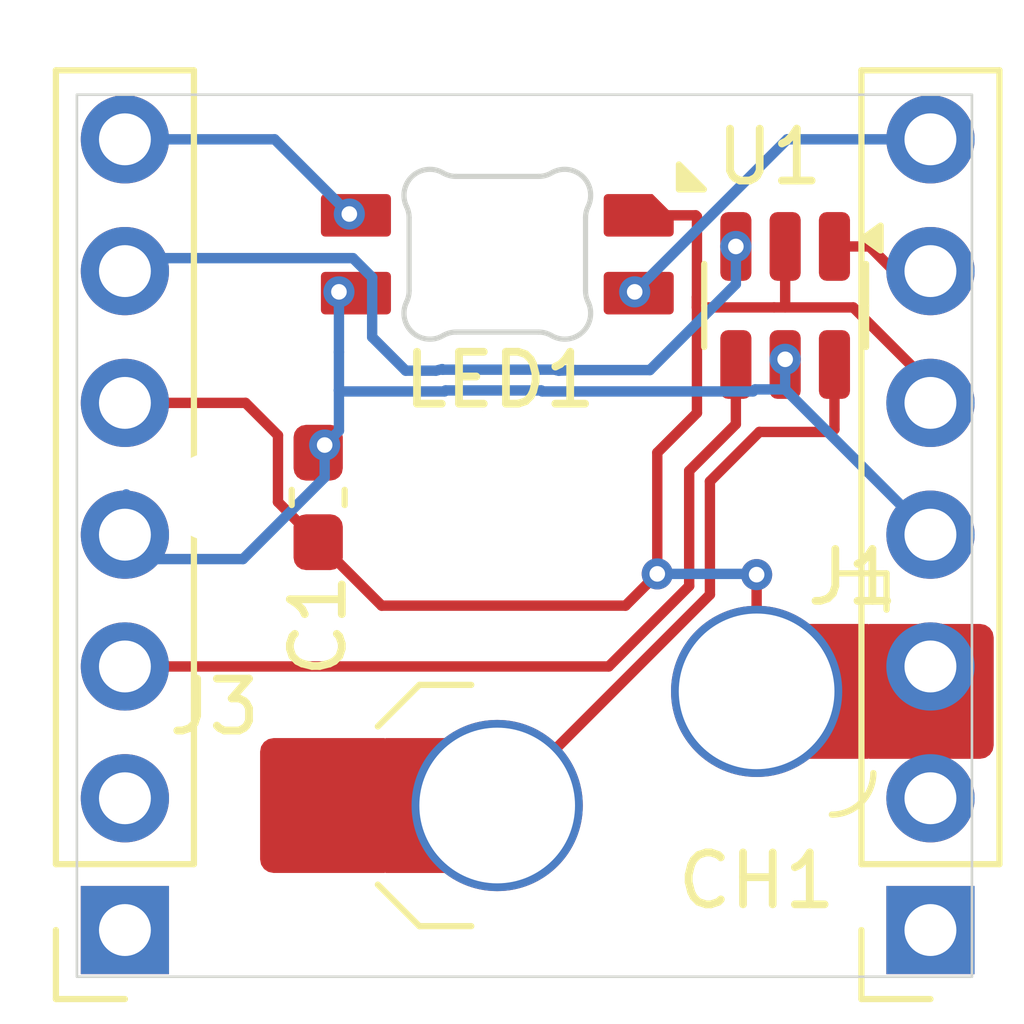
<source format=kicad_pcb>
(kicad_pcb (version 20240108) (generator "pcbnew") (generator_version "8.0")
  (layers (0 "F.Cu" signal) (31 "B.Cu" signal) (34 "B.Paste" user) (35 "F.Paste" user) (36 "B.SilkS" user "B.Silkscreen") (37 "F.SilkS" user "F.Silkscreen") (38 "B.Mask" user) (39 "F.Mask" user) (44 "Edge.Cuts" user))
  (net 0 "")
  (net 1 "GND")
  (net 2 "+5VD")
  (net 3 "Net-(J3-Pin_7)")
  (net 4 "Net-(J3-Pin_6)")
  (net 5 "Net-(J1-Pin_7)")
  (net 10 "Net-(U1-PA3)")
  (net 11 "Net-(J1-Pin_6)")
  (net 13 "Net-(J3-Pin_3)")
  (footprint "Capacitor_SMD:C_0603_1608Metric_Pad1.08x0.95mm_HandSolder" (layer "F.Cu") (at 146.7 101.7625 -90)
    (property "Reference" "C1" (at 2.4625 0 90) (layer "F.SilkS"))
    (property "Value" "C_Polarized" (hide yes))
    (fp_line (start -0.146267 0.51) (end 0.146267 0.51) (stroke (width 0.12)) (layer "F.SilkS"))
    (fp_line (start -0.146267 -0.51) (end 0.146267 -0.51) (stroke (width 0.12)) (layer "F.SilkS"))
    (pad "1" smd roundrect (at -0.8625 0 270) (size 1.075 0.95) (layers "F.Cu" "F.Paste" "F.Mask") (net 2 "+5VD"))
    (pad "2" smd roundrect (at 0.8625 0 270) (size 1.075 0.95) (layers "F.Cu" "F.Paste" "F.Mask") (net 1 "GND"))
  )
  (footprint "Connector_PinSocket_2.54mm:PinSocket_1x07_P2.54mm_Vertical" (layer "F.Cu") (at 158.5 110.1 180)
    (property "Reference" "J1" (at 1.5 6.8 0) (layer "F.SilkS"))
    (property "Value" "Conn_01x07" (hide yes))
    (fp_line (start 1.33 1.27) (end 1.33 16.57) (stroke (width 0.12)) (layer "F.SilkS"))
    (fp_line (start 1.33 -1.33) (end 1.33 0) (stroke (width 0.12)) (layer "F.SilkS"))
    (fp_line (start 0 -1.33) (end 1.33 -1.33) (stroke (width 0.12)) (layer "F.SilkS"))
    (fp_line (start -1.33 16.57) (end 1.33 16.57) (stroke (width 0.12)) (layer "F.SilkS"))
    (fp_line (start -1.33 1.27) (end 1.33 1.27) (stroke (width 0.12)) (layer "F.SilkS"))
    (fp_line (start -1.33 1.27) (end -1.33 16.57) (stroke (width 0.12)) (layer "F.SilkS"))
    (pad "1" thru_hole rect (at 0 0 180) (size 1.7 1.7) (drill 1) (layers "*.Cu" "*.Mask"))
    (pad "2" thru_hole oval (at 0 2.54 180) (size 1.7 1.7) (drill 1) (layers "*.Cu" "*.Mask"))
    (pad "3" thru_hole oval (at 0 5.08 180) (size 1.7 1.7) (drill 1) (layers "*.Cu" "*.Mask"))
    (pad "4" thru_hole oval (at 0 7.62 180) (size 1.7 1.7) (drill 1) (layers "*.Cu" "*.Mask") (net 2 "+5VD"))
    (pad "5" thru_hole oval (at 0 10.16 180) (size 1.7 1.7) (drill 1) (layers "*.Cu" "*.Mask") (net 1 "GND"))
    (pad "6" thru_hole oval (at 0 12.7 180) (size 1.7 1.7) (drill 1) (layers "*.Cu" "*.Mask") (net 11 "Net-(J1-Pin_6)"))
    (pad "7" thru_hole oval (at 0 15.24 180) (size 1.7 1.7) (drill 1) (layers "*.Cu" "*.Mask") (net 5 "Net-(J1-Pin_7)"))
  )
  (footprint "Package_TO_SOT_SMD:SOT-23-6" (layer "F.Cu") (at 155.7 98.0625 -90)
    (property "Reference" "U1" (at -2.8625 0.3 0) (layer "F.SilkS"))
    (property "Value" "PMS150C-U06" (hide yes))
    (fp_line (start 0 1.56) (end -0.8 1.56) (stroke (width 0.12)) (layer "F.SilkS"))
    (fp_line (start 0 1.56) (end 0.8 1.56) (stroke (width 0.12)) (layer "F.SilkS"))
    (fp_line (start 0 -1.56) (end -0.8 -1.56) (stroke (width 0.12)) (layer "F.SilkS"))
    (fp_line (start 0 -1.56) (end 0.8 -1.56) (stroke (width 0.12)) (layer "F.SilkS"))
    (fp_poly (pts (xy -1.3 -1.51) (xy -1.54 -1.84) (xy -1.06 -1.84) (xy -1.3 -1.51)) (stroke (width 0.12)) (fill solid) (layer "F.SilkS"))
    (pad "1" smd roundrect (at -1.1375 -0.95 270) (size 1.325 0.6) (layers "F.Cu" "F.Paste" "F.Mask") (net 11 "Net-(J1-Pin_6)"))
    (pad "2" smd roundrect (at -1.1375 0 270) (size 1.325 0.6) (layers "F.Cu" "F.Paste" "F.Mask") (net 1 "GND"))
    (pad "3" smd roundrect (at -1.1375 0.95 270) (size 1.325 0.6) (layers "F.Cu" "F.Paste" "F.Mask") (net 4 "Net-(J3-Pin_6)"))
    (pad "4" smd roundrect (at 1.1375 0.95 270) (size 1.325 0.6) (layers "F.Cu" "F.Paste" "F.Mask") (net 13 "Net-(J3-Pin_3)"))
    (pad "5" smd roundrect (at 1.1375 0 270) (size 1.325 0.6) (layers "F.Cu" "F.Paste" "F.Mask") (net 2 "+5VD"))
    (pad "6" smd roundrect (at 1.1375 -0.95 270) (size 1.325 0.6) (layers "F.Cu" "F.Paste" "F.Mask") (net 10 "Net-(U1-PA3)"))
  )
  (footprint "PCM_marbastlib-choc:LED_choc_6028R" (layer "F.Cu") (at 150.1525 97.074999)
    (property "Reference" "LED1" (at 0.0475 2.425001 180) (layer "F.SilkS"))
    (property "Value" "choc_SK6812MINI-E" (hide yes))
    (fp_poly (pts (xy 3.5 -1.25) (xy 3.5 -1.73) (xy 3.98 -1.25) (xy 3.5 -1.25)) (stroke (width 0.12)) (fill solid) (layer "F.SilkS"))
    (fp_line (start -1.699999 -0.702841) (end -1.699999 0.702843) (stroke (width 0.1)) (layer "Edge.Cuts"))
    (fp_line (start -0.794452 1.5) (end 0.794453 1.5) (stroke (width 0.1)) (layer "Edge.Cuts"))
    (fp_line (start 0.794452 -1.499999) (end -0.794452 -1.499999) (stroke (width 0.1)) (layer "Edge.Cuts"))
    (fp_line (start 1.699999 0.702843) (end 1.699999 -0.702841) (stroke (width 0.1)) (layer "Edge.Cuts"))
    (fp_arc (start -1.749484 -0.919719) (mid -1.712527 -0.814067) (end -1.699999 -0.702842) (stroke (width 0.1)) (layer "Edge.Cuts"))
    (fp_arc (start -1.749484 -0.919719) (mid -1.63807 -1.504033) (end -1.046711 -1.568296) (stroke (width 0.1)) (layer "Edge.Cuts"))
    (fp_arc (start -1.699999 0.702843) (mid -1.712527 0.814069) (end -1.749484 0.919721) (stroke (width 0.1)) (layer "Edge.Cuts"))
    (fp_arc (start -1.046711 1.5683) (mid -1.638071 1.504036) (end -1.749484 0.919721) (stroke (width 0.1)) (layer "Edge.Cuts"))
    (fp_arc (start -1.046711 1.5683) (mid -0.925123 1.517378) (end -0.794453 1.500001) (stroke (width 0.1)) (layer "Edge.Cuts"))
    (fp_arc (start -0.794452 -1.499999) (mid -0.925122 -1.517376) (end -1.04671 -1.568298) (stroke (width 0.1)) (layer "Edge.Cuts"))
    (fp_arc (start 0.794453 1.5) (mid 0.925123 1.517377) (end 1.046711 1.568299) (stroke (width 0.1)) (layer "Edge.Cuts"))
    (fp_arc (start 1.046711 -1.568298) (mid 0.925123 -1.517376) (end 0.794452 -1.499999) (stroke (width 0.1)) (layer "Edge.Cuts"))
    (fp_arc (start 1.046711 -1.568298) (mid 1.638071 -1.504035) (end 1.749484 -0.919718) (stroke (width 0.1)) (layer "Edge.Cuts"))
    (fp_arc (start 1.699999 -0.702841) (mid 1.712529 -0.814066) (end 1.749484 -0.919719) (stroke (width 0.1)) (layer "Edge.Cuts"))
    (fp_arc (start 1.749484 0.919721) (mid 1.638071 1.504036) (end 1.046711 1.568299) (stroke (width 0.1)) (layer "Edge.Cuts"))
    (fp_arc (start 1.749484 0.919721) (mid 1.71251 0.814072) (end 1.699999 0.702844) (stroke (width 0.1)) (layer "Edge.Cuts"))
    (pad "1" smd roundrect (at -2.725 0.75 270) (size 0.82 1.35) (layers "F.Cu" "F.Paste" "F.Mask") (roundrect_rratio 0.1) (net 2 "+5VD"))
    (pad "2" smd roundrect (at -2.725 -0.75 270) (size 0.82 1.35) (layers "F.Cu" "F.Paste" "F.Mask") (roundrect_rratio 0.1) (net 3 "Net-(J3-Pin_7)"))
    (pad "3" smd roundrect (at 2.725 0.75 270) (size 0.82 1.35) (layers "F.Cu" "F.Paste" "F.Mask") (roundrect_rratio 0.1) (net 5 "Net-(J1-Pin_7)"))
    (pad "4" smd roundrect (at 2.725 -0.75 270) (size 0.82 1.35) (layers "F.Cu" "F.Paste" "F.Mask") (roundrect_rratio 0.1) (chamfer_ratio 0.5) (chamfer top_left) (net 1 "GND"))
  )
  (footprint "Connector_PinSocket_2.54mm:PinSocket_1x07_P2.54mm_Vertical" (layer "F.Cu") (at 142.975 110.1 180)
    (property "Reference" "J3" (at -1.725 4.3 0) (layer "F.SilkS"))
    (property "Value" "Conn_01x07" (hide yes))
    (fp_line (start 1.33 1.27) (end 1.33 16.57) (stroke (width 0.12)) (layer "F.SilkS"))
    (fp_line (start 1.33 -1.33) (end 1.33 0) (stroke (width 0.12)) (layer "F.SilkS"))
    (fp_line (start 0 -1.33) (end 1.33 -1.33) (stroke (width 0.12)) (layer "F.SilkS"))
    (fp_line (start -1.33 16.57) (end 1.33 16.57) (stroke (width 0.12)) (layer "F.SilkS"))
    (fp_line (start -1.33 1.27) (end 1.33 1.27) (stroke (width 0.12)) (layer "F.SilkS"))
    (fp_line (start -1.33 1.27) (end -1.33 16.57) (stroke (width 0.12)) (layer "F.SilkS"))
    (pad "1" thru_hole rect (at 0 0 180) (size 1.7 1.7) (drill 1) (layers "*.Cu" "*.Mask"))
    (pad "2" thru_hole oval (at 0 2.54 180) (size 1.7 1.7) (drill 1) (layers "*.Cu" "*.Mask"))
    (pad "3" thru_hole oval (at 0 5.08 180) (size 1.7 1.7) (drill 1) (layers "*.Cu" "*.Mask") (net 13 "Net-(J3-Pin_3)"))
    (pad "4" thru_hole oval (at 0 7.62 180) (size 1.7 1.7) (drill 1) (layers "*.Cu" "*.Mask") (net 2 "+5VD"))
    (pad "5" thru_hole oval (at 0 10.16 180) (size 1.7 1.7) (drill 1) (layers "*.Cu" "*.Mask") (net 1 "GND"))
    (pad "6" thru_hole oval (at 0 12.7 180) (size 1.7 1.7) (drill 1) (layers "*.Cu" "*.Mask") (net 4 "Net-(J3-Pin_6)"))
    (pad "7" thru_hole oval (at 0 15.24 180) (size 1.7 1.7) (drill 1) (layers "*.Cu" "*.Mask") (net 3 "Net-(J3-Pin_7)"))
  )
  (footprint "PCM_marbastlib-choc:SW_choc_v1_HS_CPG135001S30_1u" (layer "F.Cu") (at 150.15 101.75)
    (property "Reference" "CH1" (at 5 7.4 180) (layer "F.SilkS"))
    (property "Value" "choc_v1_SW_HS" (hide yes))
    (fp_line (start -2.3 7.475) (end -1.5 8.275) (stroke (width 0.12)) (layer "F.SilkS"))
    (fp_line (start -1.5 3.625) (end -2.3 4.425) (stroke (width 0.12)) (layer "F.SilkS"))
    (fp_line (start -1.5 3.625) (end -0.5 3.625) (stroke (width 0.12)) (layer "F.SilkS"))
    (fp_line (start -1.5 8.275) (end -0.5 8.275) (stroke (width 0.12)) (layer "F.SilkS"))
    (fp_line (start 7.504 1.475) (end 6.504 1.475) (stroke (width 0.12)) (layer "F.SilkS"))
    (fp_line (start 7.504 1.475) (end 7.504 2.175) (stroke (width 0.12)) (layer "F.SilkS"))
    (fp_arc (start 7.25 5.325) (mid 7.015685 5.890685) (end 6.45 6.125) (stroke (width 0.12)) (layer "F.SilkS"))
    (pad "" np_thru_hole circle (at -5.5 0 180) (size 1.7 1.7) (drill 1.7) (layers "*.Cu" "*.Mask"))
    (pad "" np_thru_hole circle (at 0 0 180) (size 3.4 3.4) (drill 3.4) (layers "*.Cu" "*.Mask"))
    (pad "" np_thru_hole circle (at 5.5 0 180) (size 1.7 1.7) (drill 1.7) (layers "*.Cu" "*.Mask"))
    (pad "1" thru_hole circle (at 5 3.75) (size 3.3 3.3) (drill 3) (layers "*.Cu" "F.Mask") (net 1 "GND"))
    (pad "1" smd rect (at 6.55 3.75) (size 1.2 2.6) (layers "F.Cu") (net 1 "GND"))
    (pad "1" smd roundrect (at 8.245 3.75) (size 2.65 2.6) (layers "F.Cu" "F.Paste" "F.Mask") (roundrect_rratio 0.1) (net 1 "GND"))
    (pad "2" smd roundrect (at -3.245 5.95) (size 2.65 2.6) (layers "F.Cu" "F.Paste" "F.Mask") (roundrect_rratio 0.1) (net 10 "Net-(U1-PA3)"))
    (pad "2" smd rect (at -1.55 5.95 180) (size 1.2 2.6) (layers "F.Cu") (net 10 "Net-(U1-PA3)"))
    (pad "2" thru_hole circle (at 0 5.95) (size 3.3 3.3) (drill 3) (layers "*.Cu" "F.Mask") (net 10 "Net-(U1-PA3)"))
  )
  (gr_rect (start 142.05 94) (end 159.3 111) (stroke (width 0.05)) (fill none) (layer "Edge.Cuts"))
  (segment (start 146.7 102.625) (end 146.375 102.95) (width 0.2) (layer "F.Cu") (net 1))
  (segment (start 155.15 105.5) (end 155.15 103.249996) (width 0.2) (layer "F.Cu") (net 1))
  (segment (start 155.7 97.278052) (end 155.7 96.925) (width 0.2) (layer "F.Cu") (net 1))
  (segment (start 155.7 98.1) (end 155.7 96.925) (width 0.2) (layer "F.Cu") (net 1))
  (segment (start 154 98.1) (end 155.4875 98.1) (width 0.2) (layer "F.Cu") (net 1))
  (segment (start 153.235356 103.235354) (end 152.622792 103.847918) (width 0.2) (layer "F.Cu") (net 1))
  (segment (start 154 100.134314) (end 153.235356 100.898958) (width 0.2) (layer "F.Cu") (net 1))
  (segment (start 145.925 100.565) (end 145.3 99.94) (width 0.2) (layer "F.Cu") (net 1))
  (segment (start 147.922918 103.847918) (end 146.7 102.625) (width 0.2) (layer "F.Cu") (net 1))
  (segment (start 154 97.9) (end 154 100.134314) (width 0.2) (layer "F.Cu") (net 1))
  (segment (start 153.235356 100.898958) (end 153.235356 103.235354) (width 0.2) (layer "F.Cu") (net 1))
  (segment (start 152.8775 96.324999) (end 153.975001 96.324999) (width 0.2) (layer "F.Cu") (net 1))
  (segment (start 152.8775 96.3225) (end 152.9 96.3) (width 0.2) (layer "F.Cu") (net 1))
  (segment (start 142.975 99.94) (end 145.3 99.94) (width 0.2) (layer "F.Cu") (net 1))
  (segment (start 154 97.9) (end 154 98.1) (width 0.2) (layer "F.Cu") (net 1))
  (segment (start 155.15 105.5) (end 154.1 104.45) (width 0.2) (layer "F.Cu") (net 1))
  (segment (start 154 96.349998) (end 154 97.9) (width 0.2) (layer "F.Cu") (net 1))
  (segment (start 152.622792 103.847918) (end 147.922918 103.847918) (width 0.2) (layer "F.Cu") (net 1))
  (segment (start 152.8775 96.324999) (end 152.8775 96.3225) (width 0.2) (layer "F.Cu") (net 1))
  (segment (start 157.0125 98.1) (end 155.4875 98.1) (width 0.2) (layer "F.Cu") (net 1))
  (segment (start 145.925 101.85) (end 145.925 100.565) (width 0.2) (layer "F.Cu") (net 1))
  (segment (start 158.9 100.453654) (end 158.9 99.834314) (width 0.2) (layer "F.Cu") (net 1))
  (segment (start 158.5 99.5875) (end 157.0125 98.1) (width 0.2) (layer "F.Cu") (net 1))
  (segment (start 153.975001 96.324999) (end 154 96.349998) (width 0.2) (layer "F.Cu") (net 1))
  (segment (start 158.5 100) (end 158.3375 100.1625) (width 0.2) (layer "F.Cu") (net 1))
  (segment (start 146.7 102.625) (end 145.925 101.85) (width 0.2) (layer "F.Cu") (net 1))
  (segment (start 158.5 99.94) (end 158.5 99.5875) (width 0.2) (layer "F.Cu") (net 1))
  (segment (start 158.5 99.94) (end 158.5 100) (width 0.2) (layer "F.Cu") (net 1))
  (via (at 155.15 103.249996) (size 0.6) (drill 0.3) (layers "F.Cu" "B.Cu") (net 1))
  (via (at 153.235356 103.235354) (size 0.6) (drill 0.3) (layers "F.Cu" "B.Cu") (net 1))
  (segment (start 153.235356 103.235354) (end 155.135358 103.235354) (width 0.2) (layer "B.Cu") (net 1))
  (segment (start 155.135358 103.235354) (end 155.15 103.249996) (width 0.2) (layer "B.Cu") (net 1))
  (segment (start 155.7 99.2) (end 155.7 99.7) (width 0.2) (layer "F.Cu") (net 2))
  (segment (start 146.7 100.9) (end 146.825 100.775) (width 0.2) (layer "F.Cu") (net 2))
  (segment (start 155.7 99.2) (end 155.7 99.68) (width 0.2) (layer "F.Cu") (net 2))
  (segment (start 146.825 100.775) (end 146.825 100.752509) (width 0.2) (layer "F.Cu") (net 2))
  (via (at 147.1 97.8) (size 0.6) (drill 0.3) (layers "F.Cu" "B.Cu") (net 2))
  (via (at 155.7 99.1) (size 0.6) (drill 0.3) (layers "F.Cu" "B.Cu") (net 2))
  (via (at 146.825 100.752509) (size 0.6) (drill 0.3) (layers "F.Cu" "B.Cu") (net 2))
  (segment (start 155.7 99.1) (end 155.7 99.68) (width 0.2) (layer "B.Cu") (net 2))
  (segment (start 143 101.702944) (end 143 102.44) (width 0.2) (layer "B.Cu") (net 2))
  (segment (start 150.999138 99.7) (end 149.154234 99.7) (width 0.2) (layer "B.Cu") (net 2))
  (segment (start 145.25 102.95) (end 146.825 101.375) (width 0.2) (layer "B.Cu") (net 2))
  (segment (start 155.12 99.68) (end 155.080778 99.719222) (width 0.2) (layer "B.Cu") (net 2))
  (segment (start 147.1 98.961019) (end 147.1 99.7) (width 0.2) (layer "B.Cu") (net 2))
  (segment (start 147.1 97.8) (end 147.1 98.961019) (width 0.2) (layer "B.Cu") (net 2))
  (segment (start 147.119264 99.719264) (end 147.1 99.7) (width 0.2) (layer "B.Cu") (net 2))
  (segment (start 146.825 101.375) (end 146.825 100.752509) (width 0.2) (layer "B.Cu") (net 2))
  (segment (start 151.01836 99.719222) (end 150.999138 99.7) (width 0.2) (layer "B.Cu") (net 2))
  (segment (start 143.445 102.95) (end 145.25 102.95) (width 0.2) (layer "B.Cu") (net 2))
  (segment (start 147.1 100.477509) (end 146.825 100.752509) (width 0.2) (layer "B.Cu") (net 2))
  (segment (start 149.154234 99.7) (end 149.13497 99.719264) (width 0.2) (layer "B.Cu") (net 2))
  (segment (start 155.7 99.68) (end 155.12 99.68) (width 0.2) (layer "B.Cu") (net 2))
  (segment (start 155.7 99.68) (end 158.5 102.48) (width 0.2) (layer "B.Cu") (net 2))
  (segment (start 147.1 99.7) (end 147.1 100.477509) (width 0.2) (layer "B.Cu") (net 2))
  (segment (start 142.975 102.48) (end 143.445 102.95) (width 0.2) (layer "B.Cu") (net 2))
  (segment (start 149.13497 99.719264) (end 147.119264 99.719264) (width 0.2) (layer "B.Cu") (net 2))
  (segment (start 155.080778 99.719222) (end 151.01836 99.719222) (width 0.2) (layer "B.Cu") (net 2))
  (segment (start 143 94.82) (end 143.32 94.82) (width 0.2) (layer "F.Cu") (net 3))
  (segment (start 147.4275 96.3725) (end 147.4 96.4) (width 0.2) (layer "F.Cu") (net 3))
  (segment (start 147.4275 96.324999) (end 147.4275 96.3725) (width 0.2) (layer "F.Cu") (net 3))
  (via (at 147.3 96.3) (size 0.6) (drill 0.3) (layers "F.Cu" "B.Cu") (net 3))
  (segment (start 142.975 94.86) (end 145.86 94.86) (width 0.2) (layer "B.Cu") (net 3))
  (segment (start 145.86 94.86) (end 147.3 96.3) (width 0.2) (layer "B.Cu") (net 3))
  (via (at 154.75 96.925) (size 0.6) (drill 0.3) (layers "F.Cu" "B.Cu") (net 4))
  (segment (start 147.369239 97.15) (end 143.225 97.15) (width 0.2) (layer "B.Cu") (net 4))
  (segment (start 151.33572 99.319222) (end 151.288836 99.307464) (width 0.2) (layer "B.Cu") (net 4))
  (segment (start 151.649783 99.307464) (end 151.33572 99.319222) (width 0.2) (layer "B.Cu") (net 4))
  (segment (start 147.740121 97.520882) (end 147.369239 97.15) (width 0.2) (layer "B.Cu") (net 4))
  (segment (start 154.75 97.65) (end 153.092536 99.307464) (width 0.2) (layer "B.Cu") (net 4))
  (segment (start 149.089192 99.289192) (end 148.969285 99.319264) (width 0.2) (layer "B.Cu") (net 4))
  (segment (start 147.740121 98.671963) (end 147.740121 97.520882) (width 0.2) (layer "B.Cu") (net 4))
  (segment (start 148.387422 99.319264) (end 147.740121 98.671963) (width 0.2) (layer "B.Cu") (net 4))
  (segment (start 143.225 97.15) (end 142.975 97.4) (width 0.2) (layer "B.Cu") (net 4))
  (segment (start 149.1 99.3) (end 149.089192 99.289192) (width 0.2) (layer "B.Cu") (net 4))
  (segment (start 151.281372 99.3) (end 149.1 99.3) (width 0.2) (layer "B.Cu") (net 4))
  (segment (start 154.75 96.925) (end 154.75 97.65) (width 0.2) (layer "B.Cu") (net 4))
  (segment (start 148.969285 99.319264) (end 148.387422 99.319264) (width 0.2) (layer "B.Cu") (net 4))
  (segment (start 151.288836 99.307464) (end 151.281372 99.3) (width 0.2) (layer "B.Cu") (net 4))
  (segment (start 153.092536 99.307464) (end 151.649783 99.307464) (width 0.2) (layer "B.Cu") (net 4))
  (segment (start 152.824999 97.824999) (end 152.8 97.8) (width 0.2) (layer "F.Cu") (net 5))
  (segment (start 158.4 94.7) (end 158.4 94.66) (width 0.2) (layer "F.Cu") (net 5))
  (segment (start 152.8775 97.824999) (end 152.824999 97.824999) (width 0.2) (layer "F.Cu") (net 5))
  (via (at 152.8 97.8) (size 0.6) (drill 0.3) (layers "F.Cu" "B.Cu") (net 5))
  (segment (start 158.06 95.3) (end 158.5 95.3) (width 0.2) (layer "B.Cu") (net 5))
  (segment (start 155.74 94.86) (end 158.5 94.86) (width 0.2) (layer "B.Cu") (net 5))
  (segment (start 152.8 97.8) (end 155.74 94.86) (width 0.2) (layer "B.Cu") (net 5))
  (segment (start 158.5 94.86) (end 158.470736 94.830736) (width 0.2) (layer "B.Cu") (net 5))
  (segment (start 156.6 100.5) (end 155.202944 100.5) (width 0.2) (layer "F.Cu") (net 10))
  (segment (start 156.65 99.5125) (end 156.6 99.5625) (width 0.2) (layer "F.Cu") (net 10))
  (segment (start 156.65 99.2) (end 156.65 100.45) (width 0.2) (layer "F.Cu") (net 10))
  (segment (start 146.905 107.7) (end 148.6 107.7) (width 0.2) (layer "F.Cu") (net 10))
  (segment (start 154.25 103.634925) (end 150.184925 107.7) (width 0.2) (layer "F.Cu") (net 10))
  (segment (start 156.65 99.2) (end 156.65 99.5125) (width 0.2) (layer "F.Cu") (net 10))
  (segment (start 154.25 101.452944) (end 154.25 103.634925) (width 0.2) (layer "F.Cu") (net 10))
  (segment (start 156.65 100.45) (end 156.6 100.5) (width 0.2) (layer "F.Cu") (net 10))
  (segment (start 150.184925 107.7) (end 150.15 107.7) (width 0.2) (layer "F.Cu") (net 10))
  (segment (start 147.4 107.7) (end 146.905 107.7) (width 0.2) (layer "F.Cu") (net 10))
  (segment (start 155.202944 100.5) (end 154.25 101.452944) (width 0.2) (layer "F.Cu") (net 10))
  (segment (start 146.905 107.7) (end 147 107.7) (width 0.2) (layer "F.Cu") (net 10))
  (segment (start 146.905 107.7) (end 148.465686 107.7) (width 0.2) (layer "F.Cu") (net 10))
  (segment (start 148.6 107.7) (end 148.6 107.484925) (width 0.2) (layer "F.Cu") (net 10))
  (segment (start 156.65 96.925) (end 157.325 96.925) (width 0.2) (layer "F.Cu") (net 11))
  (segment (start 157.8 97.4) (end 158.5 97.4) (width 0.2) (layer "F.Cu") (net 11))
  (segment (start 157.325 96.925) (end 157.8 97.4) (width 0.2) (layer "F.Cu") (net 11))
  (segment (start 154.75 100.35) (end 153.85 101.25) (width 0.2) (layer "F.Cu") (net 13))
  (segment (start 154.75 99.2) (end 154.75 100.35) (width 0.2) (layer "F.Cu") (net 13))
  (segment (start 153.85 101.25) (end 153.85 103.469239) (width 0.2) (layer "F.Cu") (net 13))
  (segment (start 153.85 103.469239) (end 152.299239 105.02) (width 0.2) (layer "F.Cu") (net 13))
  (segment (start 152.299239 105.02) (end 143.55 105.02) (width 0.2) (layer "F.Cu") (net 13))
)
</source>
